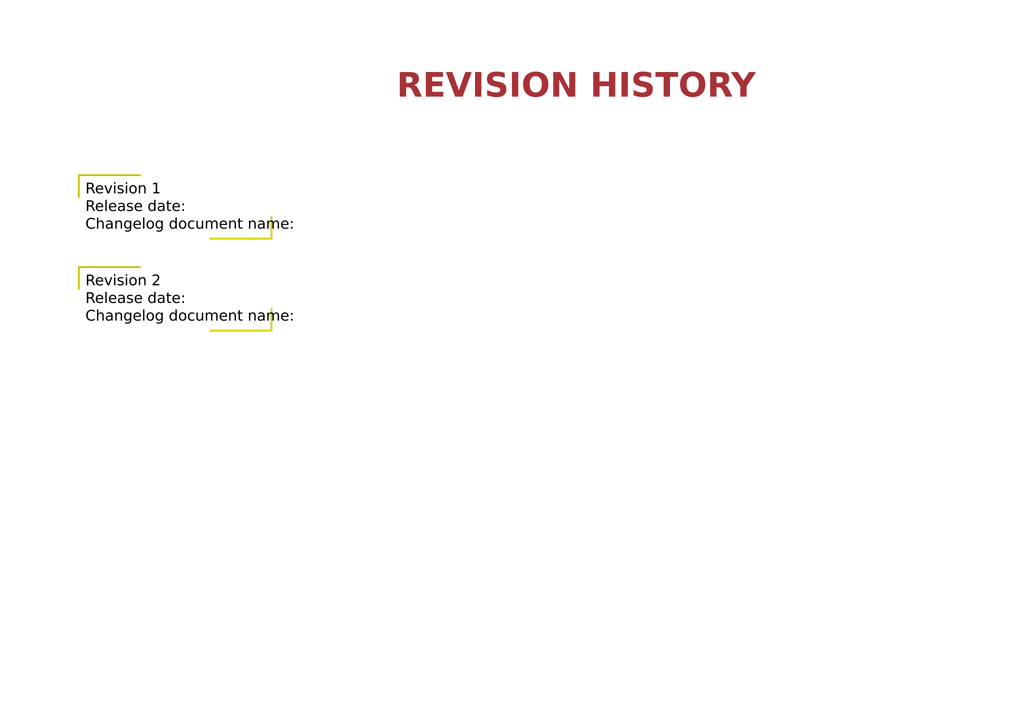
<source format=kicad_sch>
(kicad_sch
	(version 20250114)
	(generator "eeschema")
	(generator_version "9.0")
	(uuid "9cfa175d-44fd-498c-8e52-37962e8db098")
	(paper "A4")
	(title_block
		(date "2025-04-06")
		(rev "${REVISION}")
		(company "${COMPANY}")
	)
	(lib_symbols)
	(text "Revision 1\nRelease date: \nChangelog document name: "
		(exclude_from_sim no)
		(at 24.765 60.96 0)
		(effects
			(font
				(face "Agency FB")
				(size 3.048 3.048)
				(color 0 0 0 1)
			)
			(justify left)
		)
		(uuid "07c41880-5b85-4b93-b5e6-52f3844b1733")
	)
	(text "REVISION HISTORY"
		(exclude_from_sim no)
		(at 115.062 31.242 0)
		(effects
			(font
				(face "Agency FB")
				(size 7 7)
				(thickness 1)
				(bold yes)
				(color 162 38 43 0.9411764706)
			)
			(justify left bottom)
		)
		(uuid "59ce78e7-7a13-409c-a9a3-0dc664808f98")
	)
	(text "Revision 2\nRelease date: \nChangelog document name: "
		(exclude_from_sim no)
		(at 24.765 87.63 0)
		(effects
			(font
				(face "Agency FB")
				(size 3.048 3.048)
				(color 0 0 0 1)
			)
			(justify left)
		)
		(uuid "c8e3c287-65c6-4cd5-9dfe-c4d874266351")
	)
	(polyline
		(pts
			(xy 78.74 62.865) (xy 78.74 69.215)
		)
		(stroke
			(width 0.508)
			(type solid)
			(color 194 194 0 1)
		)
		(uuid "0fd02bc0-f2ee-4335-ae95-f3e6011d630c")
	)
	(polyline
		(pts
			(xy 22.86 57.15) (xy 22.86 50.8)
		)
		(stroke
			(width 0.508)
			(type solid)
			(color 194 194 0 1)
		)
		(uuid "4753f936-72e1-42f2-bd45-c83c8265e5af")
	)
	(polyline
		(pts
			(xy 40.64 77.47) (xy 22.86 77.47)
		)
		(stroke
			(width 0.508)
			(type solid)
			(color 194 194 0 1)
		)
		(uuid "4849c294-5a55-4fe7-b37e-e673cd1adad0")
	)
	(polyline
		(pts
			(xy 40.64 50.8) (xy 22.86 50.8)
		)
		(stroke
			(width 0.508)
			(type solid)
			(color 194 194 0 1)
		)
		(uuid "485df87b-bb1a-4a4f-8484-60974d9922b7")
	)
	(polyline
		(pts
			(xy 60.96 69.215) (xy 78.74 69.215)
		)
		(stroke
			(width 0.508)
			(type solid)
			(color 194 194 0 1)
		)
		(uuid "62f75b26-be6e-4905-8200-9845cb0c6272")
	)
	(polyline
		(pts
			(xy 22.86 83.82) (xy 22.86 77.47)
		)
		(stroke
			(width 0.508)
			(type solid)
			(color 194 194 0 1)
		)
		(uuid "7bc94913-a27f-4ff6-ad1a-0384a2c20bef")
	)
	(polyline
		(pts
			(xy 60.96 95.885) (xy 78.74 95.885)
		)
		(stroke
			(width 0.508)
			(type solid)
			(color 194 194 0 1)
		)
		(uuid "ca6760f4-2ff8-42f9-b521-9314382a37b9")
	)
	(polyline
		(pts
			(xy 78.74 89.535) (xy 78.74 95.885)
		)
		(stroke
			(width 0.508)
			(type solid)
			(color 194 194 0 1)
		)
		(uuid "f8f2b46f-53d6-4f42-a8af-cd5511dbf620")
	)
)

</source>
